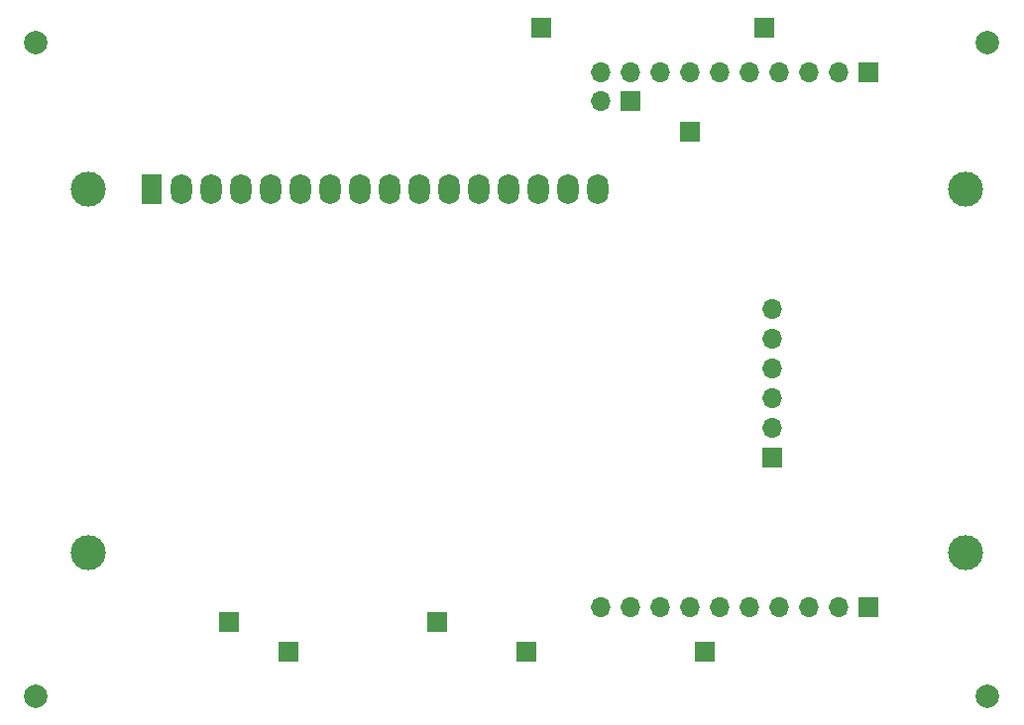
<source format=gbs>
%TF.GenerationSoftware,KiCad,Pcbnew,(6.0.4-0)*%
%TF.CreationDate,2022-04-09T01:41:44-04:00*%
%TF.ProjectId,msp_stuff,6d73705f-7374-4756-9666-2e6b69636164,rev?*%
%TF.SameCoordinates,Original*%
%TF.FileFunction,Soldermask,Bot*%
%TF.FilePolarity,Negative*%
%FSLAX46Y46*%
G04 Gerber Fmt 4.6, Leading zero omitted, Abs format (unit mm)*
G04 Created by KiCad (PCBNEW (6.0.4-0)) date 2022-04-09 01:41:44*
%MOMM*%
%LPD*%
G01*
G04 APERTURE LIST*
%ADD10C,3.000000*%
%ADD11R,1.800000X2.600000*%
%ADD12O,1.800000X2.600000*%
%ADD13R,1.700000X1.700000*%
%ADD14O,1.700000X1.700000*%
%ADD15C,2.000000*%
G04 APERTURE END LIST*
D10*
%TO.C,U1*%
X86960900Y-141373200D03*
X86960900Y-110372500D03*
X161959480Y-141373200D03*
X161960000Y-110372500D03*
D11*
X92460000Y-110372500D03*
D12*
X95000000Y-110372500D03*
X97540000Y-110372500D03*
X100080000Y-110372500D03*
X102620000Y-110372500D03*
X105160000Y-110372500D03*
X107700000Y-110372500D03*
X110240000Y-110372500D03*
X112780000Y-110372500D03*
X115320000Y-110372500D03*
X117860000Y-110372500D03*
X120400000Y-110372500D03*
X122940000Y-110372500D03*
X125480000Y-110372500D03*
X128020000Y-110372500D03*
X130560000Y-110372500D03*
%TD*%
D13*
%TO.C,REF\u002A\u002A*%
X153640000Y-100330000D03*
D14*
X151100000Y-100330000D03*
X148560000Y-100330000D03*
X146020000Y-100330000D03*
X143480000Y-100330000D03*
X140940000Y-100330000D03*
X138400000Y-100330000D03*
X135860000Y-100330000D03*
X133320000Y-100330000D03*
X130780000Y-100330000D03*
%TD*%
D13*
%TO.C,REF\u002A\u002A*%
X153670000Y-146050000D03*
D14*
X151130000Y-146050000D03*
X148590000Y-146050000D03*
X146050000Y-146050000D03*
X143510000Y-146050000D03*
X140970000Y-146050000D03*
X138430000Y-146050000D03*
X135890000Y-146050000D03*
X133350000Y-146050000D03*
X130810000Y-146050000D03*
%TD*%
D13*
%TO.C,REF\u002A\u002A*%
X145460000Y-133325000D03*
D14*
X145460000Y-130785000D03*
X145460000Y-128245000D03*
X145460000Y-125705000D03*
X145460000Y-123165000D03*
X145460000Y-120625000D03*
%TD*%
D13*
%TO.C,REF\u002A\u002A*%
X125730000Y-96520000D03*
%TD*%
D15*
%TO.C,REF\u002A\u002A*%
X82550000Y-97790000D03*
%TD*%
D13*
%TO.C,REF\u002A\u002A*%
X133350000Y-102845000D03*
D14*
X130810000Y-102845000D03*
%TD*%
D15*
%TO.C,REF\u002A\u002A*%
X82550000Y-153670000D03*
%TD*%
D13*
%TO.C,REF\u002A\u002A*%
X124460000Y-149860000D03*
%TD*%
%TO.C,REF\u002A\u002A*%
X104140000Y-149860000D03*
%TD*%
D15*
%TO.C,REF\u002A\u002A*%
X163830000Y-97790000D03*
%TD*%
%TO.C,REF\u002A\u002A*%
X163830000Y-153670000D03*
%TD*%
D13*
%TO.C,REF\u002A\u002A*%
X116840000Y-147320000D03*
%TD*%
%TO.C,REF\u002A\u002A*%
X99060000Y-147320000D03*
%TD*%
%TO.C,REF\u002A\u002A*%
X139700000Y-149860000D03*
%TD*%
%TO.C,REF\u002A\u002A*%
X138430000Y-105410000D03*
%TD*%
%TO.C,REF\u002A\u002A*%
X144780000Y-96520000D03*
%TD*%
M02*

</source>
